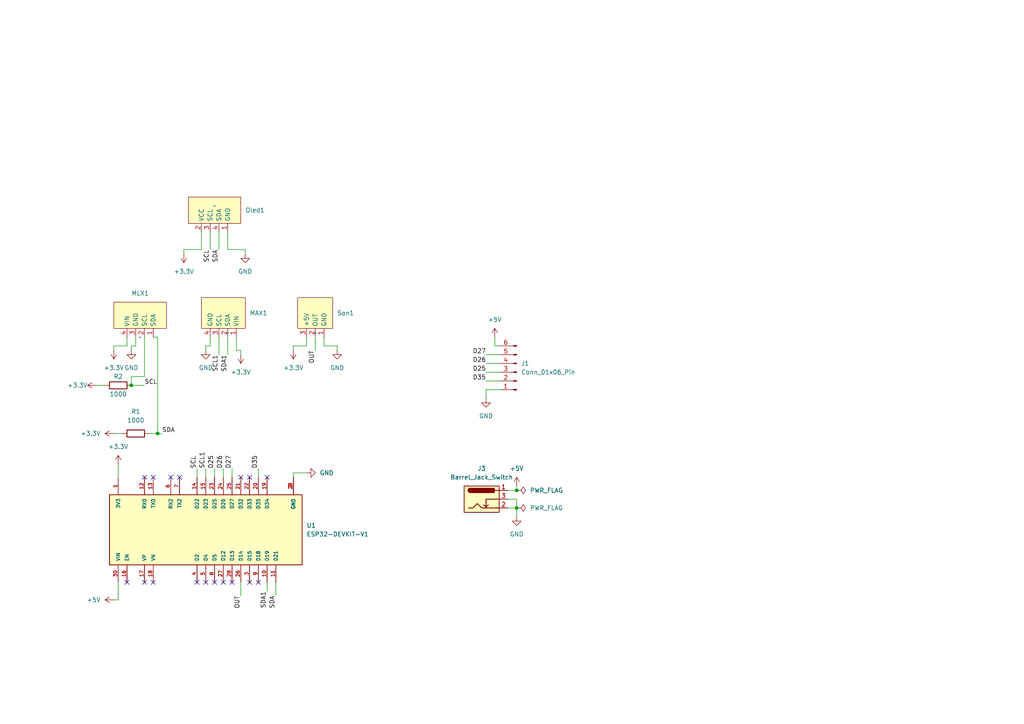
<source format=kicad_sch>
(kicad_sch (version 20230121) (generator eeschema)
  (paper "A4")
  (lib_symbols
    (symbol "Connector:Barrel_Jack_Switch" (pin_names hide)
      (property "Reference" "J" (at 0 5.334 0))
      (property "Value" "Barrel_Jack_Switch" (at 0 -5.08 0))
      (symbol "Barrel_Jack_Switch_0_1"
        (rectangle (start -5.08 3.81) (end 5.08 -3.81) (stroke (width 0.254)) (fill (type background)))
        (arc (start -3.302 3.175) (mid -3.9343 2.54) (end -3.302 1.905) (stroke (width 0.254)))
        (arc (start -3.302 3.175) (mid -3.9343 2.54) (end -3.302 1.905) (stroke (width 0.254)) (fill (type outline)))
        (polyline (pts (xy 1.27 -2.286) (xy 1.905 -1.651)) (stroke (width 0.254)))
        (polyline (pts (xy 5.08 2.54) (xy 3.81 2.54)) (stroke (width 0.254)))
        (polyline (pts (xy 5.08 0) (xy 1.27 0) (xy 1.27 -2.286) (xy 0.635 -1.651)) (stroke (width 0.254)))
        (polyline (pts (xy -3.81 -2.54) (xy -2.54 -2.54) (xy -1.27 -1.27) (xy 0 -2.54) (xy 2.54 -2.54) (xy 5.08 -2.54)) (stroke (width 0.254)))
        (rectangle (start 3.683 3.175) (end -3.302 1.905) (stroke (width 0.254)) (fill (type outline)))
      )
      (symbol "Barrel_Jack_Switch_1_1"
        (pin passive line (at 7.62 2.54 180) (length 2.54) (name "~") (number "1"))
        (pin passive line (at 7.62 -2.54 180) (length 2.54) (name "~") (number "2"))
        (pin passive line (at 7.62 0 180) (length 2.54) (name "~") (number "3"))
      )
    )
    (symbol "Connector:Conn_01x06_Pin" (pin_names (offset 1.016) hide)
      (property "Reference" "J" (at 0 7.62 0))
      (property "Value" "Conn_01x06_Pin" (at 0 -10.16 0))
      (symbol "Conn_01x06_Pin_1_1"
        (polyline (pts (xy 1.27 -7.62) (xy 0.8636 -7.62)) (stroke (width 0.1524)))
        (polyline (pts (xy 1.27 -5.08) (xy 0.8636 -5.08)) (stroke (width 0.1524)))
        (polyline (pts (xy 1.27 -2.54) (xy 0.8636 -2.54)) (stroke (width 0.1524)))
        (polyline (pts (xy 1.27 0) (xy 0.8636 0)) (stroke (width 0.1524)))
        (polyline (pts (xy 1.27 2.54) (xy 0.8636 2.54)) (stroke (width 0.1524)))
        (polyline (pts (xy 1.27 5.08) (xy 0.8636 5.08)) (stroke (width 0.1524)))
        (rectangle (start 0.8636 -7.493) (end 0 -7.747) (stroke (width 0.1524)) (fill (type outline)))
        (rectangle (start 0.8636 -4.953) (end 0 -5.207) (stroke (width 0.1524)) (fill (type outline)))
        (rectangle (start 0.8636 -2.413) (end 0 -2.667) (stroke (width 0.1524)) (fill (type outline)))
        (rectangle (start 0.8636 0.127) (end 0 -0.127) (stroke (width 0.1524)) (fill (type outline)))
        (rectangle (start 0.8636 2.667) (end 0 2.413) (stroke (width 0.1524)) (fill (type outline)))
        (rectangle (start 0.8636 5.207) (end 0 4.953) (stroke (width 0.1524)) (fill (type outline)))
        (pin passive line (at 5.08 5.08 180) (length 3.81) (name "Pin_1") (number "1"))
        (pin passive line (at 5.08 2.54 180) (length 3.81) (name "Pin_2") (number "2"))
        (pin passive line (at 5.08 0 180) (length 3.81) (name "Pin_3") (number "3"))
        (pin passive line (at 5.08 -2.54 180) (length 3.81) (name "Pin_4") (number "4"))
        (pin passive line (at 5.08 -5.08 180) (length 3.81) (name "Pin_5") (number "5"))
        (pin passive line (at 5.08 -7.62 180) (length 3.81) (name "Pin_6") (number "6"))
      )
    )
    (symbol "Device:R" (pin_numbers hide) (pin_names (offset 0))
      (property "Reference" "R" (at 2.032 0 90))
      (property "Value" "R" (at 0 0 90))
      (symbol "R_0_1"
        (rectangle (start -1.016 -2.54) (end 1.016 2.54) (stroke (width 0.254)))
      )
      (symbol "R_1_1"
        (pin passive line (at 0 3.81 270) (length 1.27) (name "~") (number "1"))
        (pin passive line (at 0 -3.81 90) (length 1.27) (name "~") (number "2"))
      )
    )
    (symbol "ESP32-DEVKIT-V1:ESP32-DEVKIT-V1" (pin_names (offset 1.016))
      (property "Reference" "U" (at -10.16 30.48 0))
      (property "Value" "ESP32-DEVKIT-V1" (at -10.16 -30.48 0))
      (symbol "ESP32-DEVKIT-V1_0_0"
        (rectangle (start -10.16 -27.94) (end 10.16 27.94) (stroke (width 0.254)) (fill (type background)))
        (pin output line (at 15.24 25.4 180) (length 5.08) (name "3V3") (number "1"))
        (pin bidirectional line (at -15.24 -17.78 0) (length 5.08) (name "D19") (number "10"))
        (pin bidirectional line (at -15.24 -20.32 0) (length 5.08) (name "D21") (number "11"))
        (pin input line (at 15.24 17.78 180) (length 5.08) (name "RX0") (number "12"))
        (pin output line (at 15.24 15.24 180) (length 5.08) (name "TX0") (number "13"))
        (pin bidirectional line (at 15.24 2.54 180) (length 5.08) (name "D22") (number "14"))
        (pin bidirectional line (at 15.24 0 180) (length 5.08) (name "D23") (number "15"))
        (pin input line (at -15.24 22.86 0) (length 5.08) (name "EN") (number "16"))
        (pin bidirectional line (at -15.24 17.78 0) (length 5.08) (name "VP") (number "17"))
        (pin bidirectional line (at -15.24 15.24 0) (length 5.08) (name "VN") (number "18"))
        (pin bidirectional line (at 15.24 -17.78 180) (length 5.08) (name "D34") (number "19"))
        (pin power_in line (at 15.24 -25.4 180) (length 5.08) (name "GND") (number "2"))
        (pin bidirectional line (at 15.24 -15.24 180) (length 5.08) (name "D35") (number "20"))
        (pin bidirectional line (at 15.24 -10.16 180) (length 5.08) (name "D32") (number "21"))
        (pin bidirectional line (at 15.24 -12.7 180) (length 5.08) (name "D33") (number "22"))
        (pin bidirectional line (at 15.24 -2.54 180) (length 5.08) (name "D25") (number "23"))
        (pin bidirectional line (at 15.24 -5.08 180) (length 5.08) (name "D26") (number "24"))
        (pin bidirectional line (at 15.24 -7.62 180) (length 5.08) (name "D27") (number "25"))
        (pin bidirectional line (at -15.24 -10.16 0) (length 5.08) (name "D14") (number "26"))
        (pin bidirectional line (at -15.24 -5.08 0) (length 5.08) (name "D12") (number "27"))
        (pin bidirectional line (at -15.24 -7.62 0) (length 5.08) (name "D13") (number "28"))
        (pin power_in line (at 15.24 -25.4 180) (length 5.08) (name "GND") (number "29"))
        (pin bidirectional line (at -15.24 -12.7 0) (length 5.08) (name "D15") (number "3"))
        (pin input line (at -15.24 25.4 0) (length 5.08) (name "VIN") (number "30"))
        (pin bidirectional line (at -15.24 2.54 0) (length 5.08) (name "D2") (number "4"))
        (pin bidirectional line (at -15.24 0 0) (length 5.08) (name "D4") (number "5"))
        (pin input line (at 15.24 10.16 180) (length 5.08) (name "RX2") (number "6"))
        (pin output line (at 15.24 7.62 180) (length 5.08) (name "TX2") (number "7"))
        (pin bidirectional line (at -15.24 -2.54 0) (length 5.08) (name "D5") (number "8"))
        (pin bidirectional line (at -15.24 -15.24 0) (length 5.08) (name "D18") (number "9"))
      )
    )
    (symbol "max30102:max30102"
      (property "Reference" "MAX" (at 0 -7.62 0))
      (symbol "max30102_1_1"
        (rectangle (start -6.35 -1.27) (end 6.35 -10.16) (fill (type background)))
        (pin input line (at -3.81 1.27 270) (length 2.54) (name "VIN") (number "1"))
        (pin input line (at -1.27 1.27 270) (length 2.54) (name "SDA") (number "2"))
        (pin input line (at 1.27 1.27 270) (length 2.54) (name "SCL") (number "3"))
        (pin input line (at 3.81 1.27 270) (length 2.54) (name "GND") (number "4"))
      )
    )
    (symbol "pantalla:Pantallaoled"
      (property "Reference" "Oled" (at 0 0 0))
      (symbol "Pantallaoled_1_1"
        (rectangle (start -7.62 6.35) (end 7.62 -1.27) (fill (type background)))
        (pin input line (at -3.81 8.89 270) (length 2.54) (name "GND") (number "1"))
        (pin input line (at 3.81 8.89 270) (length 2.54) (name "VCC") (number "2"))
        (pin input line (at 1.27 8.89 270) (length 2.54) (name "SCL") (number "3"))
        (pin input line (at -1.27 8.89 270) (length 2.54) (name "SDA") (number "4"))
      )
    )
    (symbol "power:+3.3V" (power) (pin_names (offset 0))
      (property "Value" "+3.3V" (at 0 3.556 0))
      (symbol "+3.3V_0_1"
        (polyline (pts (xy -0.762 1.27) (xy 0 2.54)))
        (polyline (pts (xy 0 0) (xy 0 2.54)))
        (polyline (pts (xy 0 2.54) (xy 0.762 1.27)))
      )
      (symbol "+3.3V_1_1"
        (pin power_in line (at 0 0 90) (length 0) hide (name "+3.3V") (number "1"))
      )
    )
    (symbol "power:+5V" (power) (pin_names (offset 0))
      (property "Value" "+5V" (at 0 3.556 0))
      (symbol "+5V_0_1"
        (polyline (pts (xy -0.762 1.27) (xy 0 2.54)))
        (polyline (pts (xy 0 0) (xy 0 2.54)))
        (polyline (pts (xy 0 2.54) (xy 0.762 1.27)))
      )
      (symbol "+5V_1_1"
        (pin power_in line (at 0 0 90) (length 0) hide (name "+5V") (number "1"))
      )
    )
    (symbol "power:GND" (power) (pin_names (offset 0))
      (property "Value" "GND" (at 0 -3.81 0))
      (symbol "GND_0_1"
        (polyline (pts (xy 0 0) (xy 0 -1.27) (xy 1.27 -1.27) (xy 0 -2.54) (xy -1.27 -1.27) (xy 0 -1.27)))
      )
      (symbol "GND_1_1"
        (pin power_in line (at 0 0 270) (length 0) hide (name "GND") (number "1"))
      )
    )
    (symbol "power:PWR_FLAG" (power) (pin_numbers hide) (pin_names (offset 0) hide)
      (property "Value" "PWR_FLAG" (at 0 3.81 0))
      (symbol "PWR_FLAG_0_0"
        (pin power_out line (at 0 0 90) (length 0) (name "pwr") (number "1"))
      )
      (symbol "PWR_FLAG_0_1"
        (polyline (pts (xy 0 0) (xy 0 1.27) (xy -1.016 1.905) (xy 0 2.54) (xy 1.016 1.905) (xy 0 1.27)))
      )
    )
    (symbol "sonido:sonido"
      (property "Reference" "Son" (at 0 -7.62 0))
      (symbol "sonido_1_1"
        (rectangle (start -5.08 -1.27) (end 5.08 -10.16) (fill (type background)))
        (pin input line (at -2.54 1.27 270) (length 2.54) (name "GND") (number "1"))
        (pin input line (at 0 1.27 270) (length 2.54) (name "OUT") (number "2"))
        (pin input line (at 2.54 1.27 270) (length 2.54) (name "+5V") (number "3"))
      )
    )
    (symbol "temperatura:Temperatura"
      (property "Reference" "MLX" (at 0 -8.89 0))
      (symbol "Temperatura_0_1"
        (rectangle (start -8.89 -3.81) (end -8.89 -3.81))
      )
      (symbol "Temperatura_1_1"
        (rectangle (start -7.62 -2.54) (end 7.62 -10.16) (fill (type background)))
        (pin input line (at -3.81 0 270) (length 2.54) (name "SDA") (number "1"))
        (pin input line (at -1.27 0 270) (length 2.54) (name "SCL") (number "2"))
        (pin input line (at 1.27 0 270) (length 2.54) (name "GND") (number "3"))
        (pin input line (at 3.81 0 270) (length 2.54) (name "VIN") (number "4"))
      )
    )
  )
  (junction (at 149.86 147.32))
  (junction (at 149.86 142.24))
  (junction (at 45.72 125.73))
  (junction (at 38.1 111.76))
  (no_connect (at 72.39 168.91))
  (no_connect (at 74.93 168.91))
  (no_connect (at 36.83 168.91))
  (no_connect (at 49.53 138.43))
  (no_connect (at 72.39 138.43))
  (no_connect (at 44.45 138.43))
  (no_connect (at 57.15 168.91))
  (no_connect (at 52.07 138.43))
  (no_connect (at 64.77 168.91))
  (no_connect (at 77.47 138.43))
  (no_connect (at 67.31 168.91))
  (no_connect (at 59.69 168.91))
  (no_connect (at 44.45 168.91))
  (no_connect (at 62.23 168.91))
  (no_connect (at 41.91 168.91))
  (no_connect (at 69.85 138.43))
  (no_connect (at 41.91 138.43))
  (wire (pts (xy 88.9 137.16) (xy 85.09 137.16)))
  (wire (pts (xy 69.85 101.6) (xy 68.58 101.6)))
  (wire (pts (xy 69.85 168.91) (xy 69.85 172.72)))
  (wire (pts (xy 46.99 125.73) (xy 45.72 125.73)))
  (wire (pts (xy 63.5 67.31) (xy 63.5 72.39)))
  (wire (pts (xy 97.79 100.33) (xy 93.98 100.33)))
  (wire (pts (xy 66.04 72.39) (xy 66.04 67.31)))
  (wire (pts (xy 85.09 100.33) (xy 88.9 100.33)))
  (wire (pts (xy 80.01 168.91) (xy 80.01 172.72)))
  (wire (pts (xy 68.58 101.6) (xy 68.58 97.79)))
  (wire (pts (xy 140.97 107.95) (xy 144.78 107.95)))
  (wire (pts (xy 33.02 100.33) (xy 33.02 101.6)))
  (wire (pts (xy 38.1 100.33) (xy 38.1 101.6)))
  (wire (pts (xy 36.83 100.33) (xy 36.83 97.79)))
  (wire (pts (xy 64.77 135.89) (xy 64.77 138.43)))
  (wire (pts (xy 53.34 72.39) (xy 58.42 72.39)))
  (wire (pts (xy 60.96 100.33) (xy 60.96 97.79)))
  (wire (pts (xy 149.86 147.32) (xy 147.32 147.32)))
  (wire (pts (xy 143.51 97.79) (xy 143.51 100.33)))
  (wire (pts (xy 33.02 100.33) (xy 36.83 100.33)))
  (wire (pts (xy 33.02 173.99) (xy 34.29 173.99)))
  (wire (pts (xy 38.1 109.22) (xy 38.1 111.76)))
  (wire (pts (xy 93.98 100.33) (xy 93.98 97.79)))
  (wire (pts (xy 34.29 168.91) (xy 34.29 173.99)))
  (wire (pts (xy 140.97 115.57) (xy 140.97 113.03)))
  (wire (pts (xy 33.02 125.73) (xy 35.56 125.73)))
  (wire (pts (xy 41.91 97.79) (xy 41.91 109.22)))
  (wire (pts (xy 57.15 135.89) (xy 57.15 138.43)))
  (wire (pts (xy 147.32 144.78) (xy 149.86 144.78)))
  (wire (pts (xy 58.42 72.39) (xy 58.42 67.31)))
  (wire (pts (xy 27.94 111.76) (xy 30.48 111.76)))
  (wire (pts (xy 62.23 135.89) (xy 62.23 138.43)))
  (wire (pts (xy 149.86 149.86) (xy 149.86 147.32)))
  (wire (pts (xy 43.18 125.73) (xy 45.72 125.73)))
  (wire (pts (xy 59.69 100.33) (xy 59.69 101.6)))
  (wire (pts (xy 45.72 125.73) (xy 45.72 97.79)))
  (wire (pts (xy 97.79 100.33) (xy 97.79 101.6)))
  (wire (pts (xy 69.85 101.6) (xy 69.85 102.87)))
  (wire (pts (xy 149.86 144.78) (xy 149.86 147.32)))
  (wire (pts (xy 38.1 111.76) (xy 41.91 111.76)))
  (wire (pts (xy 91.44 97.79) (xy 91.44 101.6)))
  (wire (pts (xy 59.69 100.33) (xy 60.96 100.33)))
  (wire (pts (xy 71.12 72.39) (xy 71.12 73.66)))
  (wire (pts (xy 149.86 142.24) (xy 147.32 142.24)))
  (wire (pts (xy 60.96 67.31) (xy 60.96 72.39)))
  (wire (pts (xy 74.93 135.89) (xy 74.93 138.43)))
  (wire (pts (xy 41.91 109.22) (xy 38.1 109.22)))
  (wire (pts (xy 149.86 140.97) (xy 149.86 142.24)))
  (wire (pts (xy 77.47 168.91) (xy 77.47 171.45)))
  (wire (pts (xy 34.29 134.62) (xy 34.29 138.43)))
  (wire (pts (xy 59.69 135.89) (xy 59.69 138.43)))
  (wire (pts (xy 67.31 135.89) (xy 67.31 138.43)))
  (wire (pts (xy 140.97 113.03) (xy 144.78 113.03)))
  (wire (pts (xy 140.97 110.49) (xy 144.78 110.49)))
  (wire (pts (xy 53.34 72.39) (xy 53.34 73.66)))
  (wire (pts (xy 88.9 100.33) (xy 88.9 97.79)))
  (wire (pts (xy 66.04 97.79) (xy 66.04 102.87)))
  (wire (pts (xy 38.1 100.33) (xy 39.37 100.33)))
  (wire (pts (xy 143.51 100.33) (xy 144.78 100.33)))
  (wire (pts (xy 39.37 100.33) (xy 39.37 97.79)))
  (wire (pts (xy 85.09 137.16) (xy 85.09 138.43)))
  (wire (pts (xy 140.97 105.41) (xy 144.78 105.41)))
  (wire (pts (xy 71.12 72.39) (xy 66.04 72.39)))
  (wire (pts (xy 140.97 102.87) (xy 144.78 102.87)))
  (wire (pts (xy 63.5 97.79) (xy 63.5 102.87)))
  (wire (pts (xy 45.72 97.79) (xy 44.45 97.79)))
  (wire (pts (xy 85.09 100.33) (xy 85.09 101.6)))
  (label "SDA" (at 46.99 125.73 0))
  (label "SCL" (at 60.96 72.39 270))
  (label "D35" (at 74.93 135.89 90))
  (label "SCL" (at 41.91 111.76 0))
  (label "SDA" (at 63.5 72.39 270))
  (label "SCL1" (at 63.5 102.87 270))
  (label "SDA1" (at 66.04 102.87 270))
  (label "OUT" (at 69.85 172.72 270))
  (label "OUT" (at 91.44 101.6 270))
  (label "SDA" (at 80.01 172.72 270))
  (label "D25" (at 140.97 107.95 180))
  (label "SCL" (at 57.15 135.89 90))
  (label "SDA1" (at 77.47 171.45 270))
  (label "D27" (at 67.31 135.89 90))
  (label "D27" (at 140.97 102.87 180))
  (label "D26" (at 64.77 135.89 90))
  (label "D26" (at 140.97 105.41 180))
  (label "SCL1" (at 59.69 135.89 90))
  (label "D25" (at 62.23 135.89 90))
  (label "D35" (at 140.97 110.49 180))
  (symbol (lib_id "power:GND") (at 71.12 73.66 0) (unit 1)
    (property "Reference" "#PWR017" (effects hide))
    (property "Value" "GND" (at 71.12 78.74 0))
  )
  (symbol (lib_id "max30102:max30102") (at 64.77 96.52 180) (unit 1)
    (property "Reference" "MAX1" (at 72.39 90.805 0) (effects (justify right)))
    (property "Value" "~" (at 66.04 96.52 0))
    (property "Footprint" "max30102:max30102" (effects hide))
  )
  (symbol (lib_id "sonido:sonido") (at 91.44 96.52 180) (unit 1)
    (property "Reference" "Son1" (at 97.79 90.805 0) (effects (justify right)))
    (property "Value" "~" (at 91.44 96.52 0))
    (property "Footprint" "sonido:sonido" (effects hide))
  )
  (symbol (lib_id "power:+3.3V") (at 34.29 134.62 0) (unit 1)
    (property "Reference" "#PWR010" (effects hide))
    (property "Value" "+3.3V" (at 34.29 129.54 0))
  )
  (symbol (lib_id "power:GND") (at 38.1 101.6 0) (unit 1)
    (property "Reference" "#PWR09" (effects hide))
    (property "Value" "GND" (at 38.1 106.68 0))
  )
  (symbol (lib_id "power:+3.3V") (at 33.02 125.73 90) (unit 1)
    (property "Reference" "#PWR012" (effects hide))
    (property "Value" "+3.3V" (at 29.21 125.73 90) (effects (justify left)))
  )
  (symbol (lib_id "power:+5V") (at 33.02 173.99 90) (unit 1)
    (property "Reference" "#PWR04" (effects hide))
    (property "Value" "+5V" (at 29.21 173.99 90) (effects (justify left)))
  )
  (symbol (lib_id "power:GND") (at 140.97 115.57 0) (unit 1)
    (property "Reference" "#PWR02" (effects hide))
    (property "Value" "GND" (at 140.97 120.65 0))
  )
  (symbol (lib_id "pantalla:Pantallaoled") (at 62.23 58.42 180) (unit 1)
    (property "Reference" "Oled1" (at 71.12 60.96 0) (effects (justify right)))
    (property "Value" "~" (at 62.23 59.69 0))
    (property "Footprint" "pantalla:Pantallaoled" (effects hide))
  )
  (symbol (lib_id "power:+3.3V") (at 69.85 102.87 180) (unit 1)
    (property "Reference" "#PWR014" (effects hide))
    (property "Value" "+3.3V" (at 69.85 107.95 0))
  )
  (symbol (lib_id "Device:R") (at 34.29 111.76 90) (unit 1)
    (property "Reference" "R2" (at 34.29 109.22 90))
    (property "Value" "1000" (at 34.29 114.3 90))
    (property "Footprint" "Resistor_THT:R_Axial_DIN0204_L3.6mm_D1.6mm_P5.08mm_Horizontal" (effects hide))
  )
  (symbol (lib_id "Connector:Conn_01x06_Pin") (at 149.86 107.95 180) (unit 1)
    (property "Reference" "J1" (at 151.13 105.41 0) (effects (justify right)))
    (property "Value" "Conn_01x06_Pin" (at 151.13 107.95 0) (effects (justify right)))
    (property "Footprint" "Connector_PinHeader_2.54mm:PinHeader_1x06_P2.54mm_Vertical" (effects hide))
  )
  (symbol (lib_id "power:PWR_FLAG") (at 149.86 147.32 270) (unit 1)
    (property "Reference" "#FLG02" (effects hide))
    (property "Value" "PWR_FLAG" (at 153.67 147.32 90) (effects (justify left)))
  )
  (symbol (lib_id "power:+3.3V") (at 53.34 73.66 180) (unit 1)
    (property "Reference" "#PWR016" (effects hide))
    (property "Value" "+3.3V" (at 53.34 78.74 0))
  )
  (symbol (lib_id "temperatura:Temperatura") (at 40.64 97.79 180) (unit 1)
    (property "Reference" "MLX1" (at 38.1 85.09 0) (effects (justify right)))
    (property "Value" "~" (at 40.64 97.79 0))
    (property "Footprint" "Temperatura:temperatura" (effects hide))
  )
  (symbol (lib_id "power:GND") (at 149.86 149.86 0) (unit 1)
    (property "Reference" "#PWR06" (effects hide))
    (property "Value" "GND" (at 149.86 154.94 0))
  )
  (symbol (lib_id "power:+3.3V") (at 85.09 101.6 180) (unit 1)
    (property "Reference" "#PWR018" (effects hide))
    (property "Value" "+3.3V" (at 85.09 106.68 0))
  )
  (symbol (lib_id "power:+5V") (at 143.51 97.79 0) (unit 1)
    (property "Reference" "#PWR03" (effects hide))
    (property "Value" "+5V" (at 143.51 92.71 0))
  )
  (symbol (lib_id "power:+3.3V") (at 33.02 101.6 180) (unit 1)
    (property "Reference" "#PWR011" (effects hide))
    (property "Value" "+3.3V" (at 33.02 106.68 0))
  )
  (symbol (lib_id "power:+3.3V") (at 27.94 111.76 90) (unit 1)
    (property "Reference" "#PWR013" (effects hide))
    (property "Value" "+3.3V" (at 25.4 111.76 90) (effects (justify left)))
  )
  (symbol (lib_id "power:GND") (at 59.69 101.6 0) (unit 1)
    (property "Reference" "#PWR08" (effects hide))
    (property "Value" "GND" (at 59.69 106.68 0))
  )
  (symbol (lib_id "power:GND") (at 97.79 101.6 0) (unit 1)
    (property "Reference" "#PWR07" (effects hide))
    (property "Value" "GND" (at 97.79 106.68 0))
  )
  (symbol (lib_id "power:+5V") (at 149.86 140.97 0) (unit 1)
    (property "Reference" "#PWR05" (effects hide))
    (property "Value" "+5V" (at 149.86 135.89 0))
  )
  (symbol (lib_id "Connector:Barrel_Jack_Switch") (at 139.7 144.78 0) (unit 1)
    (property "Reference" "J3" (at 139.7 135.89 0))
    (property "Value" "Barrel_Jack_Switch" (at 139.7 138.43 0))
    (property "Footprint" "Connector_BarrelJack:BarrelJack_Horizontal" (effects hide))
  )
  (symbol (lib_id "ESP32-DEVKIT-V1:ESP32-DEVKIT-V1") (at 59.69 153.67 90) (unit 1)
    (property "Reference" "U1" (at 88.9 152.4 90) (effects (justify right)))
    (property "Value" "ESP32-DEVKIT-V1" (at 88.9 154.94 90) (effects (justify right)))
    (property "Footprint" "esp32dev:MODULE_ESP32_DEVKIT_V1" (effects hide))
    (property "MF" "Do it" (effects hide))
    (property "MAXIMUM_PACKAGE_HEIGHT" "6.8 mm" (effects hide))
    (property "Package" "None" (effects hide))
    (property "Price" "None" (effects hide))
    (property "Check_prices" "https://www.snapeda.com/parts/ESP32-DEVKIT-V1/Do+it/view-part/?ref=eda" (effects hide))
    (property "STANDARD" "Manufacturer Recommendations" (effects hide))
    (property "PARTREV" "N/A" (effects hide))
    (property "SnapEDA_Link" "https://www.snapeda.com/parts/ESP32-DEVKIT-V1/Do+it/view-part/?ref=snap" (effects hide))
    (property "MP" "ESP32-DEVKIT-V1" (effects hide))
    (property "Description" "\nDual core, Wi-Fi: 2.4 GHz up to 150 Mbits/s,BLE (Bluetooth Low Energy) and legacy Bluetooth, 32 bits, Up to 240 MHz\n" (effects hide))
    (property "Availability" "Not in stock" (effects hide))
    (property "MANUFACTURER" "DOIT" (effects hide))
  )
  (symbol (lib_id "power:GND") (at 88.9 137.16 90) (unit 1)
    (property "Reference" "#PWR01" (effects hide))
    (property "Value" "GND" (at 92.71 137.16 90) (effects (justify right)))
  )
  (symbol (lib_id "Device:R") (at 39.37 125.73 270) (unit 1)
    (property "Reference" "R1" (at 39.37 119.38 90))
    (property "Value" "1000" (at 39.37 121.92 90))
    (property "Footprint" "Resistor_THT:R_Axial_DIN0207_L6.3mm_D2.5mm_P7.62mm_Horizontal" (effects hide))
  )
  (symbol (lib_id "power:PWR_FLAG") (at 149.86 142.24 270) (unit 1)
    (property "Reference" "#FLG01" (effects hide))
    (property "Value" "PWR_FLAG" (at 153.67 142.24 90) (effects (justify left)))
  )
)
</source>
